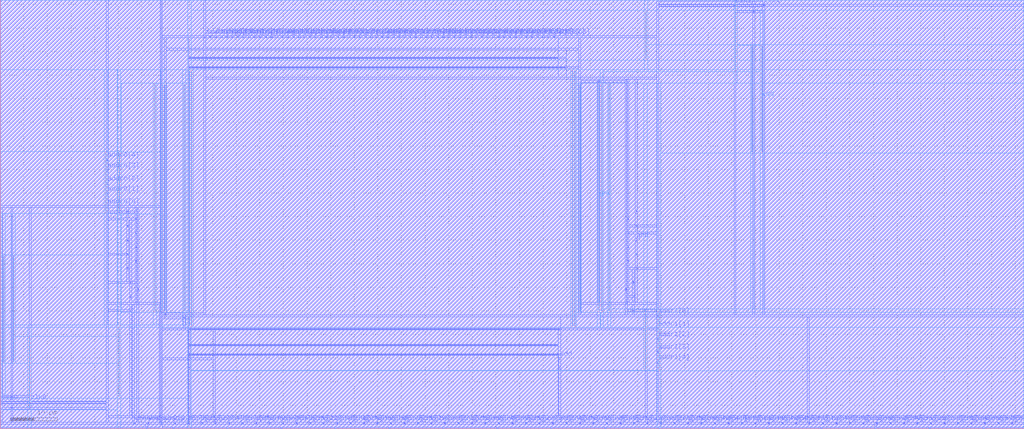
<source format=lef>
VERSION 5.4 ;
NAMESCASESENSITIVE ON ;
BUSBITCHARS "[]" ;
DIVIDERCHAR "/" ;
UNITS
  DATABASE MICRONS 2000 ;
END UNITS
MACRO freepdk45_sram_1w1r_32x64_32
   CLASS BLOCK ;
   SIZE 216.91 BY 90.985 ;
   SYMMETRY X Y R90 ;
   PIN din0[0]
      DIRECTION INPUT ;
      PORT
         LAYER metal3 ;
         RECT  34.085 1.105 34.22 1.24 ;
      END
   END din0[0]
   PIN din0[1]
      DIRECTION INPUT ;
      PORT
         LAYER metal3 ;
         RECT  36.945 1.105 37.08 1.24 ;
      END
   END din0[1]
   PIN din0[2]
      DIRECTION INPUT ;
      PORT
         LAYER metal3 ;
         RECT  39.805 1.105 39.94 1.24 ;
      END
   END din0[2]
   PIN din0[3]
      DIRECTION INPUT ;
      PORT
         LAYER metal3 ;
         RECT  42.665 1.105 42.8 1.24 ;
      END
   END din0[3]
   PIN din0[4]
      DIRECTION INPUT ;
      PORT
         LAYER metal3 ;
         RECT  45.525 1.105 45.66 1.24 ;
      END
   END din0[4]
   PIN din0[5]
      DIRECTION INPUT ;
      PORT
         LAYER metal3 ;
         RECT  48.385 1.105 48.52 1.24 ;
      END
   END din0[5]
   PIN din0[6]
      DIRECTION INPUT ;
      PORT
         LAYER metal3 ;
         RECT  51.245 1.105 51.38 1.24 ;
      END
   END din0[6]
   PIN din0[7]
      DIRECTION INPUT ;
      PORT
         LAYER metal3 ;
         RECT  54.105 1.105 54.24 1.24 ;
      END
   END din0[7]
   PIN din0[8]
      DIRECTION INPUT ;
      PORT
         LAYER metal3 ;
         RECT  56.965 1.105 57.1 1.24 ;
      END
   END din0[8]
   PIN din0[9]
      DIRECTION INPUT ;
      PORT
         LAYER metal3 ;
         RECT  59.825 1.105 59.96 1.24 ;
      END
   END din0[9]
   PIN din0[10]
      DIRECTION INPUT ;
      PORT
         LAYER metal3 ;
         RECT  62.685 1.105 62.82 1.24 ;
      END
   END din0[10]
   PIN din0[11]
      DIRECTION INPUT ;
      PORT
         LAYER metal3 ;
         RECT  65.545 1.105 65.68 1.24 ;
      END
   END din0[11]
   PIN din0[12]
      DIRECTION INPUT ;
      PORT
         LAYER metal3 ;
         RECT  68.405 1.105 68.54 1.24 ;
      END
   END din0[12]
   PIN din0[13]
      DIRECTION INPUT ;
      PORT
         LAYER metal3 ;
         RECT  71.265 1.105 71.4 1.24 ;
      END
   END din0[13]
   PIN din0[14]
      DIRECTION INPUT ;
      PORT
         LAYER metal3 ;
         RECT  74.125 1.105 74.26 1.24 ;
      END
   END din0[14]
   PIN din0[15]
      DIRECTION INPUT ;
      PORT
         LAYER metal3 ;
         RECT  76.985 1.105 77.12 1.24 ;
      END
   END din0[15]
   PIN din0[16]
      DIRECTION INPUT ;
      PORT
         LAYER metal3 ;
         RECT  79.845 1.105 79.98 1.24 ;
      END
   END din0[16]
   PIN din0[17]
      DIRECTION INPUT ;
      PORT
         LAYER metal3 ;
         RECT  82.705 1.105 82.84 1.24 ;
      END
   END din0[17]
   PIN din0[18]
      DIRECTION INPUT ;
      PORT
         LAYER metal3 ;
         RECT  85.565 1.105 85.7 1.24 ;
      END
   END din0[18]
   PIN din0[19]
      DIRECTION INPUT ;
      PORT
         LAYER metal3 ;
         RECT  88.425 1.105 88.56 1.24 ;
      END
   END din0[19]
   PIN din0[20]
      DIRECTION INPUT ;
      PORT
         LAYER metal3 ;
         RECT  91.285 1.105 91.42 1.24 ;
      END
   END din0[20]
   PIN din0[21]
      DIRECTION INPUT ;
      PORT
         LAYER metal3 ;
         RECT  94.145 1.105 94.28 1.24 ;
      END
   END din0[21]
   PIN din0[22]
      DIRECTION INPUT ;
      PORT
         LAYER metal3 ;
         RECT  97.005 1.105 97.14 1.24 ;
      END
   END din0[22]
   PIN din0[23]
      DIRECTION INPUT ;
      PORT
         LAYER metal3 ;
         RECT  99.865 1.105 100.0 1.24 ;
      END
   END din0[23]
   PIN din0[24]
      DIRECTION INPUT ;
      PORT
         LAYER metal3 ;
         RECT  102.725 1.105 102.86 1.24 ;
      END
   END din0[24]
   PIN din0[25]
      DIRECTION INPUT ;
      PORT
         LAYER metal3 ;
         RECT  105.585 1.105 105.72 1.24 ;
      END
   END din0[25]
   PIN din0[26]
      DIRECTION INPUT ;
      PORT
         LAYER metal3 ;
         RECT  108.445 1.105 108.58 1.24 ;
      END
   END din0[26]
   PIN din0[27]
      DIRECTION INPUT ;
      PORT
         LAYER metal3 ;
         RECT  111.305 1.105 111.44 1.24 ;
      END
   END din0[27]
   PIN din0[28]
      DIRECTION INPUT ;
      PORT
         LAYER metal3 ;
         RECT  114.165 1.105 114.3 1.24 ;
      END
   END din0[28]
   PIN din0[29]
      DIRECTION INPUT ;
      PORT
         LAYER metal3 ;
         RECT  117.025 1.105 117.16 1.24 ;
      END
   END din0[29]
   PIN din0[30]
      DIRECTION INPUT ;
      PORT
         LAYER metal3 ;
         RECT  119.885 1.105 120.02 1.24 ;
      END
   END din0[30]
   PIN din0[31]
      DIRECTION INPUT ;
      PORT
         LAYER metal3 ;
         RECT  122.745 1.105 122.88 1.24 ;
      END
   END din0[31]
   PIN din0[32]
      DIRECTION INPUT ;
      PORT
         LAYER metal3 ;
         RECT  125.605 1.105 125.74 1.24 ;
      END
   END din0[32]
   PIN din0[33]
      DIRECTION INPUT ;
      PORT
         LAYER metal3 ;
         RECT  128.465 1.105 128.6 1.24 ;
      END
   END din0[33]
   PIN din0[34]
      DIRECTION INPUT ;
      PORT
         LAYER metal3 ;
         RECT  131.325 1.105 131.46 1.24 ;
      END
   END din0[34]
   PIN din0[35]
      DIRECTION INPUT ;
      PORT
         LAYER metal3 ;
         RECT  134.185 1.105 134.32 1.24 ;
      END
   END din0[35]
   PIN din0[36]
      DIRECTION INPUT ;
      PORT
         LAYER metal3 ;
         RECT  137.045 1.105 137.18 1.24 ;
      END
   END din0[36]
   PIN din0[37]
      DIRECTION INPUT ;
      PORT
         LAYER metal3 ;
         RECT  139.905 1.105 140.04 1.24 ;
      END
   END din0[37]
   PIN din0[38]
      DIRECTION INPUT ;
      PORT
         LAYER metal3 ;
         RECT  142.765 1.105 142.9 1.24 ;
      END
   END din0[38]
   PIN din0[39]
      DIRECTION INPUT ;
      PORT
         LAYER metal3 ;
         RECT  145.625 1.105 145.76 1.24 ;
      END
   END din0[39]
   PIN din0[40]
      DIRECTION INPUT ;
      PORT
         LAYER metal3 ;
         RECT  148.485 1.105 148.62 1.24 ;
      END
   END din0[40]
   PIN din0[41]
      DIRECTION INPUT ;
      PORT
         LAYER metal3 ;
         RECT  151.345 1.105 151.48 1.24 ;
      END
   END din0[41]
   PIN din0[42]
      DIRECTION INPUT ;
      PORT
         LAYER metal3 ;
         RECT  154.205 1.105 154.34 1.24 ;
      END
   END din0[42]
   PIN din0[43]
      DIRECTION INPUT ;
      PORT
         LAYER metal3 ;
         RECT  157.065 1.105 157.2 1.24 ;
      END
   END din0[43]
   PIN din0[44]
      DIRECTION INPUT ;
      PORT
         LAYER metal3 ;
         RECT  159.925 1.105 160.06 1.24 ;
      END
   END din0[44]
   PIN din0[45]
      DIRECTION INPUT ;
      PORT
         LAYER metal3 ;
         RECT  162.785 1.105 162.92 1.24 ;
      END
   END din0[45]
   PIN din0[46]
      DIRECTION INPUT ;
      PORT
         LAYER metal3 ;
         RECT  165.645 1.105 165.78 1.24 ;
      END
   END din0[46]
   PIN din0[47]
      DIRECTION INPUT ;
      PORT
         LAYER metal3 ;
         RECT  168.505 1.105 168.64 1.24 ;
      END
   END din0[47]
   PIN din0[48]
      DIRECTION INPUT ;
      PORT
         LAYER metal3 ;
         RECT  171.365 1.105 171.5 1.24 ;
      END
   END din0[48]
   PIN din0[49]
      DIRECTION INPUT ;
      PORT
         LAYER metal3 ;
         RECT  174.225 1.105 174.36 1.24 ;
      END
   END din0[49]
   PIN din0[50]
      DIRECTION INPUT ;
      PORT
         LAYER metal3 ;
         RECT  177.085 1.105 177.22 1.24 ;
      END
   END din0[50]
   PIN din0[51]
      DIRECTION INPUT ;
      PORT
         LAYER metal3 ;
         RECT  179.945 1.105 180.08 1.24 ;
      END
   END din0[51]
   PIN din0[52]
      DIRECTION INPUT ;
      PORT
         LAYER metal3 ;
         RECT  182.805 1.105 182.94 1.24 ;
      END
   END din0[52]
   PIN din0[53]
      DIRECTION INPUT ;
      PORT
         LAYER metal3 ;
         RECT  185.665 1.105 185.8 1.24 ;
      END
   END din0[53]
   PIN din0[54]
      DIRECTION INPUT ;
      PORT
         LAYER metal3 ;
         RECT  188.525 1.105 188.66 1.24 ;
      END
   END din0[54]
   PIN din0[55]
      DIRECTION INPUT ;
      PORT
         LAYER metal3 ;
         RECT  191.385 1.105 191.52 1.24 ;
      END
   END din0[55]
   PIN din0[56]
      DIRECTION INPUT ;
      PORT
         LAYER metal3 ;
         RECT  194.245 1.105 194.38 1.24 ;
      END
   END din0[56]
   PIN din0[57]
      DIRECTION INPUT ;
      PORT
         LAYER metal3 ;
         RECT  197.105 1.105 197.24 1.24 ;
      END
   END din0[57]
   PIN din0[58]
      DIRECTION INPUT ;
      PORT
         LAYER metal3 ;
         RECT  199.965 1.105 200.1 1.24 ;
      END
   END din0[58]
   PIN din0[59]
      DIRECTION INPUT ;
      PORT
         LAYER metal3 ;
         RECT  202.825 1.105 202.96 1.24 ;
      END
   END din0[59]
   PIN din0[60]
      DIRECTION INPUT ;
      PORT
         LAYER metal3 ;
         RECT  205.685 1.105 205.82 1.24 ;
      END
   END din0[60]
   PIN din0[61]
      DIRECTION INPUT ;
      PORT
         LAYER metal3 ;
         RECT  208.545 1.105 208.68 1.24 ;
      END
   END din0[61]
   PIN din0[62]
      DIRECTION INPUT ;
      PORT
         LAYER metal3 ;
         RECT  211.405 1.105 211.54 1.24 ;
      END
   END din0[62]
   PIN din0[63]
      DIRECTION INPUT ;
      PORT
         LAYER metal3 ;
         RECT  214.265 1.105 214.4 1.24 ;
      END
   END din0[63]
   PIN addr0[0]
      DIRECTION INPUT ;
      PORT
         LAYER metal3 ;
         RECT  22.645 47.0225 22.78 47.1575 ;
      END
   END addr0[0]
   PIN addr0[1]
      DIRECTION INPUT ;
      PORT
         LAYER metal3 ;
         RECT  22.645 49.7525 22.78 49.8875 ;
      END
   END addr0[1]
   PIN addr0[2]
      DIRECTION INPUT ;
      PORT
         LAYER metal3 ;
         RECT  22.645 51.9625 22.78 52.0975 ;
      END
   END addr0[2]
   PIN addr0[3]
      DIRECTION INPUT ;
      PORT
         LAYER metal3 ;
         RECT  22.645 54.6925 22.78 54.8275 ;
      END
   END addr0[3]
   PIN addr0[4]
      DIRECTION INPUT ;
      PORT
         LAYER metal3 ;
         RECT  22.645 56.9025 22.78 57.0375 ;
      END
   END addr0[4]
   PIN addr1[0]
      DIRECTION INPUT ;
      PORT
         LAYER metal3 ;
         RECT  139.185 23.8825 139.32 24.0175 ;
      END
   END addr1[0]
   PIN addr1[1]
      DIRECTION INPUT ;
      PORT
         LAYER metal3 ;
         RECT  139.185 21.1525 139.32 21.2875 ;
      END
   END addr1[1]
   PIN addr1[2]
      DIRECTION INPUT ;
      PORT
         LAYER metal3 ;
         RECT  139.185 18.9425 139.32 19.0775 ;
      END
   END addr1[2]
   PIN addr1[3]
      DIRECTION INPUT ;
      PORT
         LAYER metal3 ;
         RECT  139.185 16.2125 139.32 16.3475 ;
      END
   END addr1[3]
   PIN addr1[4]
      DIRECTION INPUT ;
      PORT
         LAYER metal3 ;
         RECT  139.185 14.0025 139.32 14.1375 ;
      END
   END addr1[4]
   PIN csb0
      DIRECTION INPUT ;
      PORT
         LAYER metal3 ;
         RECT  0.285 5.4225 0.42 5.5575 ;
      END
   END csb0
   PIN csb1
      DIRECTION INPUT ;
      PORT
         LAYER metal3 ;
         RECT  161.685 89.7425 161.82 89.8775 ;
      END
   END csb1
   PIN clk0
      DIRECTION INPUT ;
      PORT
         LAYER metal3 ;
         RECT  6.2475 5.5075 6.3825 5.6425 ;
      END
   END clk0
   PIN clk1
      DIRECTION INPUT ;
      PORT
         LAYER metal3 ;
         RECT  155.5825 89.6575 155.7175 89.7925 ;
      END
   END clk1
   PIN wmask0[0]
      DIRECTION INPUT ;
      PORT
         LAYER metal3 ;
         RECT  28.365 1.105 28.5 1.24 ;
      END
   END wmask0[0]
   PIN wmask0[1]
      DIRECTION INPUT ;
      PORT
         LAYER metal3 ;
         RECT  31.225 1.105 31.36 1.24 ;
      END
   END wmask0[1]
   PIN dout1[0]
      DIRECTION OUTPUT ;
      PORT
         LAYER metal3 ;
         RECT  43.2525 83.0325 43.3875 83.1675 ;
      END
   END dout1[0]
   PIN dout1[1]
      DIRECTION OUTPUT ;
      PORT
         LAYER metal3 ;
         RECT  44.4275 83.0325 44.5625 83.1675 ;
      END
   END dout1[1]
   PIN dout1[2]
      DIRECTION OUTPUT ;
      PORT
         LAYER metal3 ;
         RECT  45.6025 83.0325 45.7375 83.1675 ;
      END
   END dout1[2]
   PIN dout1[3]
      DIRECTION OUTPUT ;
      PORT
         LAYER metal3 ;
         RECT  46.7775 83.0325 46.9125 83.1675 ;
      END
   END dout1[3]
   PIN dout1[4]
      DIRECTION OUTPUT ;
      PORT
         LAYER metal3 ;
         RECT  47.9525 83.0325 48.0875 83.1675 ;
      END
   END dout1[4]
   PIN dout1[5]
      DIRECTION OUTPUT ;
      PORT
         LAYER metal3 ;
         RECT  49.1275 83.0325 49.2625 83.1675 ;
      END
   END dout1[5]
   PIN dout1[6]
      DIRECTION OUTPUT ;
      PORT
         LAYER metal3 ;
         RECT  50.3025 83.0325 50.4375 83.1675 ;
      END
   END dout1[6]
   PIN dout1[7]
      DIRECTION OUTPUT ;
      PORT
         LAYER metal3 ;
         RECT  51.4775 83.0325 51.6125 83.1675 ;
      END
   END dout1[7]
   PIN dout1[8]
      DIRECTION OUTPUT ;
      PORT
         LAYER metal3 ;
         RECT  52.6525 83.0325 52.7875 83.1675 ;
      END
   END dout1[8]
   PIN dout1[9]
      DIRECTION OUTPUT ;
      PORT
         LAYER metal3 ;
         RECT  53.8275 83.0325 53.9625 83.1675 ;
      END
   END dout1[9]
   PIN dout1[10]
      DIRECTION OUTPUT ;
      PORT
         LAYER metal3 ;
         RECT  55.0025 83.0325 55.1375 83.1675 ;
      END
   END dout1[10]
   PIN dout1[11]
      DIRECTION OUTPUT ;
      PORT
         LAYER metal3 ;
         RECT  56.1775 83.0325 56.3125 83.1675 ;
      END
   END dout1[11]
   PIN dout1[12]
      DIRECTION OUTPUT ;
      PORT
         LAYER metal3 ;
         RECT  57.3525 83.0325 57.4875 83.1675 ;
      END
   END dout1[12]
   PIN dout1[13]
      DIRECTION OUTPUT ;
      PORT
         LAYER metal3 ;
         RECT  58.5275 83.0325 58.6625 83.1675 ;
      END
   END dout1[13]
   PIN dout1[14]
      DIRECTION OUTPUT ;
      PORT
         LAYER metal3 ;
         RECT  59.7025 83.0325 59.8375 83.1675 ;
      END
   END dout1[14]
   PIN dout1[15]
      DIRECTION OUTPUT ;
      PORT
         LAYER metal3 ;
         RECT  60.8775 83.0325 61.0125 83.1675 ;
      END
   END dout1[15]
   PIN dout1[16]
      DIRECTION OUTPUT ;
      PORT
         LAYER metal3 ;
         RECT  62.0525 83.0325 62.1875 83.1675 ;
      END
   END dout1[16]
   PIN dout1[17]
      DIRECTION OUTPUT ;
      PORT
         LAYER metal3 ;
         RECT  63.2275 83.0325 63.3625 83.1675 ;
      END
   END dout1[17]
   PIN dout1[18]
      DIRECTION OUTPUT ;
      PORT
         LAYER metal3 ;
         RECT  64.4025 83.0325 64.5375 83.1675 ;
      END
   END dout1[18]
   PIN dout1[19]
      DIRECTION OUTPUT ;
      PORT
         LAYER metal3 ;
         RECT  65.5775 83.0325 65.7125 83.1675 ;
      END
   END dout1[19]
   PIN dout1[20]
      DIRECTION OUTPUT ;
      PORT
         LAYER metal3 ;
         RECT  66.7525 83.0325 66.8875 83.1675 ;
      END
   END dout1[20]
   PIN dout1[21]
      DIRECTION OUTPUT ;
      PORT
         LAYER metal3 ;
         RECT  67.9275 83.0325 68.0625 83.1675 ;
      END
   END dout1[21]
   PIN dout1[22]
      DIRECTION OUTPUT ;
      PORT
         LAYER metal3 ;
         RECT  69.1025 83.0325 69.2375 83.1675 ;
      END
   END dout1[22]
   PIN dout1[23]
      DIRECTION OUTPUT ;
      PORT
         LAYER metal3 ;
         RECT  70.2775 83.0325 70.4125 83.1675 ;
      END
   END dout1[23]
   PIN dout1[24]
      DIRECTION OUTPUT ;
      PORT
         LAYER metal3 ;
         RECT  71.4525 83.0325 71.5875 83.1675 ;
      END
   END dout1[24]
   PIN dout1[25]
      DIRECTION OUTPUT ;
      PORT
         LAYER metal3 ;
         RECT  72.6275 83.0325 72.7625 83.1675 ;
      END
   END dout1[25]
   PIN dout1[26]
      DIRECTION OUTPUT ;
      PORT
         LAYER metal3 ;
         RECT  73.8025 83.0325 73.9375 83.1675 ;
      END
   END dout1[26]
   PIN dout1[27]
      DIRECTION OUTPUT ;
      PORT
         LAYER metal3 ;
         RECT  74.9775 83.0325 75.1125 83.1675 ;
      END
   END dout1[27]
   PIN dout1[28]
      DIRECTION OUTPUT ;
      PORT
         LAYER metal3 ;
         RECT  76.1525 83.0325 76.2875 83.1675 ;
      END
   END dout1[28]
   PIN dout1[29]
      DIRECTION OUTPUT ;
      PORT
         LAYER metal3 ;
         RECT  77.3275 83.0325 77.4625 83.1675 ;
      END
   END dout1[29]
   PIN dout1[30]
      DIRECTION OUTPUT ;
      PORT
         LAYER metal3 ;
         RECT  78.5025 83.0325 78.6375 83.1675 ;
      END
   END dout1[30]
   PIN dout1[31]
      DIRECTION OUTPUT ;
      PORT
         LAYER metal3 ;
         RECT  79.6775 83.0325 79.8125 83.1675 ;
      END
   END dout1[31]
   PIN dout1[32]
      DIRECTION OUTPUT ;
      PORT
         LAYER metal3 ;
         RECT  80.8525 83.0325 80.9875 83.1675 ;
      END
   END dout1[32]
   PIN dout1[33]
      DIRECTION OUTPUT ;
      PORT
         LAYER metal3 ;
         RECT  82.0275 83.0325 82.1625 83.1675 ;
      END
   END dout1[33]
   PIN dout1[34]
      DIRECTION OUTPUT ;
      PORT
         LAYER metal3 ;
         RECT  83.2025 83.0325 83.3375 83.1675 ;
      END
   END dout1[34]
   PIN dout1[35]
      DIRECTION OUTPUT ;
      PORT
         LAYER metal3 ;
         RECT  84.3775 83.0325 84.5125 83.1675 ;
      END
   END dout1[35]
   PIN dout1[36]
      DIRECTION OUTPUT ;
      PORT
         LAYER metal3 ;
         RECT  85.5525 83.0325 85.6875 83.1675 ;
      END
   END dout1[36]
   PIN dout1[37]
      DIRECTION OUTPUT ;
      PORT
         LAYER metal3 ;
         RECT  86.7275 83.0325 86.8625 83.1675 ;
      END
   END dout1[37]
   PIN dout1[38]
      DIRECTION OUTPUT ;
      PORT
         LAYER metal3 ;
         RECT  87.9025 83.0325 88.0375 83.1675 ;
      END
   END dout1[38]
   PIN dout1[39]
      DIRECTION OUTPUT ;
      PORT
         LAYER metal3 ;
         RECT  89.0775 83.0325 89.2125 83.1675 ;
      END
   END dout1[39]
   PIN dout1[40]
      DIRECTION OUTPUT ;
      PORT
         LAYER metal3 ;
         RECT  90.2525 83.0325 90.3875 83.1675 ;
      END
   END dout1[40]
   PIN dout1[41]
      DIRECTION OUTPUT ;
      PORT
         LAYER metal3 ;
         RECT  91.4275 83.0325 91.5625 83.1675 ;
      END
   END dout1[41]
   PIN dout1[42]
      DIRECTION OUTPUT ;
      PORT
         LAYER metal3 ;
         RECT  92.6025 83.0325 92.7375 83.1675 ;
      END
   END dout1[42]
   PIN dout1[43]
      DIRECTION OUTPUT ;
      PORT
         LAYER metal3 ;
         RECT  93.7775 83.0325 93.9125 83.1675 ;
      END
   END dout1[43]
   PIN dout1[44]
      DIRECTION OUTPUT ;
      PORT
         LAYER metal3 ;
         RECT  94.9525 83.0325 95.0875 83.1675 ;
      END
   END dout1[44]
   PIN dout1[45]
      DIRECTION OUTPUT ;
      PORT
         LAYER metal3 ;
         RECT  96.1275 83.0325 96.2625 83.1675 ;
      END
   END dout1[45]
   PIN dout1[46]
      DIRECTION OUTPUT ;
      PORT
         LAYER metal3 ;
         RECT  97.3025 83.0325 97.4375 83.1675 ;
      END
   END dout1[46]
   PIN dout1[47]
      DIRECTION OUTPUT ;
      PORT
         LAYER metal3 ;
         RECT  98.4775 83.0325 98.6125 83.1675 ;
      END
   END dout1[47]
   PIN dout1[48]
      DIRECTION OUTPUT ;
      PORT
         LAYER metal3 ;
         RECT  99.6525 83.0325 99.7875 83.1675 ;
      END
   END dout1[48]
   PIN dout1[49]
      DIRECTION OUTPUT ;
      PORT
         LAYER metal3 ;
         RECT  100.8275 83.0325 100.9625 83.1675 ;
      END
   END dout1[49]
   PIN dout1[50]
      DIRECTION OUTPUT ;
      PORT
         LAYER metal3 ;
         RECT  102.0025 83.0325 102.1375 83.1675 ;
      END
   END dout1[50]
   PIN dout1[51]
      DIRECTION OUTPUT ;
      PORT
         LAYER metal3 ;
         RECT  103.1775 83.0325 103.3125 83.1675 ;
      END
   END dout1[51]
   PIN dout1[52]
      DIRECTION OUTPUT ;
      PORT
         LAYER metal3 ;
         RECT  104.3525 83.0325 104.4875 83.1675 ;
      END
   END dout1[52]
   PIN dout1[53]
      DIRECTION OUTPUT ;
      PORT
         LAYER metal3 ;
         RECT  105.5275 83.0325 105.6625 83.1675 ;
      END
   END dout1[53]
   PIN dout1[54]
      DIRECTION OUTPUT ;
      PORT
         LAYER metal3 ;
         RECT  106.7025 83.0325 106.8375 83.1675 ;
      END
   END dout1[54]
   PIN dout1[55]
      DIRECTION OUTPUT ;
      PORT
         LAYER metal3 ;
         RECT  107.8775 83.0325 108.0125 83.1675 ;
      END
   END dout1[55]
   PIN dout1[56]
      DIRECTION OUTPUT ;
      PORT
         LAYER metal3 ;
         RECT  109.0525 83.0325 109.1875 83.1675 ;
      END
   END dout1[56]
   PIN dout1[57]
      DIRECTION OUTPUT ;
      PORT
         LAYER metal3 ;
         RECT  110.2275 83.0325 110.3625 83.1675 ;
      END
   END dout1[57]
   PIN dout1[58]
      DIRECTION OUTPUT ;
      PORT
         LAYER metal3 ;
         RECT  111.4025 83.0325 111.5375 83.1675 ;
      END
   END dout1[58]
   PIN dout1[59]
      DIRECTION OUTPUT ;
      PORT
         LAYER metal3 ;
         RECT  112.5775 83.0325 112.7125 83.1675 ;
      END
   END dout1[59]
   PIN dout1[60]
      DIRECTION OUTPUT ;
      PORT
         LAYER metal3 ;
         RECT  113.7525 83.0325 113.8875 83.1675 ;
      END
   END dout1[60]
   PIN dout1[61]
      DIRECTION OUTPUT ;
      PORT
         LAYER metal3 ;
         RECT  114.9275 83.0325 115.0625 83.1675 ;
      END
   END dout1[61]
   PIN dout1[62]
      DIRECTION OUTPUT ;
      PORT
         LAYER metal3 ;
         RECT  116.1025 83.0325 116.2375 83.1675 ;
      END
   END dout1[62]
   PIN dout1[63]
      DIRECTION OUTPUT ;
      PORT
         LAYER metal3 ;
         RECT  117.2775 83.0325 117.4125 83.1675 ;
      END
   END dout1[63]
   PIN vdd
      DIRECTION INOUT ;
      USE POWER ; 
      SHAPE ABUTMENT ; 
      PORT
         LAYER metal3 ;
         RECT  40.0675 21.12 118.5525 21.19 ;
         LAYER metal3 ;
         RECT  45.2425 2.47 45.3775 2.605 ;
         LAYER metal3 ;
         RECT  56.6825 2.47 56.8175 2.605 ;
         LAYER metal4 ;
         RECT  40.0 21.815 40.14 75.885 ;
         LAYER metal3 ;
         RECT  171.0825 2.47 171.2175 2.605 ;
         LAYER metal3 ;
         RECT  29.0875 26.4825 29.2225 26.6175 ;
         LAYER metal3 ;
         RECT  122.7125 74.3225 122.8475 74.4575 ;
         LAYER metal3 ;
         RECT  39.9325 14.7175 40.0675 14.8525 ;
         LAYER metal4 ;
         RECT  121.63 21.815 121.77 75.885 ;
         LAYER metal3 ;
         RECT  136.7625 2.47 136.8975 2.605 ;
         LAYER metal3 ;
         RECT  132.5475 26.4825 132.6825 26.6175 ;
         LAYER metal3 ;
         RECT  28.7425 44.4225 28.8775 44.5575 ;
         LAYER metal3 ;
         RECT  205.4025 2.47 205.5375 2.605 ;
         LAYER metal4 ;
         RECT  25.08 6.785 25.22 21.745 ;
         LAYER metal3 ;
         RECT  68.1225 2.47 68.2575 2.605 ;
         LAYER metal4 ;
         RECT  127.335 24.985 127.475 73.035 ;
         LAYER metal3 ;
         RECT  159.6425 2.47 159.7775 2.605 ;
         LAYER metal3 ;
         RECT  132.8925 41.4325 133.0275 41.5675 ;
         LAYER metal3 ;
         RECT  33.8025 2.47 33.9375 2.605 ;
         LAYER metal4 ;
         RECT  139.465 12.57 139.605 25.125 ;
         LAYER metal3 ;
         RECT  132.8925 35.4525 133.0275 35.5875 ;
         LAYER metal3 ;
         RECT  34.915 24.28 35.05 24.415 ;
         LAYER metal4 ;
         RECT  22.36 45.915 22.5 58.47 ;
         LAYER metal3 ;
         RECT  182.5225 2.47 182.6575 2.605 ;
         LAYER metal4 ;
         RECT  136.745 78.495 136.885 88.515 ;
         LAYER metal3 ;
         RECT  193.9625 2.47 194.0975 2.605 ;
         LAYER metal3 ;
         RECT  40.0675 80.4775 118.0825 80.5475 ;
         LAYER metal3 ;
         RECT  126.72 73.535 126.855 73.67 ;
         LAYER metal4 ;
         RECT  0.6875 14.1625 0.8275 36.565 ;
         LAYER metal4 ;
         RECT  38.92 24.985 39.06 72.965 ;
         LAYER metal3 ;
         RECT  125.3225 2.47 125.4575 2.605 ;
         LAYER metal3 ;
         RECT  38.9225 23.4925 39.0575 23.6275 ;
         LAYER metal3 ;
         RECT  132.8925 38.4425 133.0275 38.5775 ;
         LAYER metal3 ;
         RECT  113.8825 2.47 114.0175 2.605 ;
         LAYER metal4 ;
         RECT  34.295 24.985 34.435 73.035 ;
         LAYER metal3 ;
         RECT  102.4425 2.47 102.5775 2.605 ;
         LAYER metal3 ;
         RECT  40.0675 15.685 118.0825 15.755 ;
         LAYER metal3 ;
         RECT  28.7425 38.4425 28.8775 38.5775 ;
         LAYER metal3 ;
         RECT  2.425 6.7875 2.56 6.9225 ;
         LAYER metal3 ;
         RECT  79.5625 2.47 79.6975 2.605 ;
         LAYER metal3 ;
         RECT  28.7425 41.4325 28.8775 41.5675 ;
         LAYER metal3 ;
         RECT  132.5475 29.4725 132.6825 29.6075 ;
         LAYER metal3 ;
         RECT  148.2025 2.47 148.3375 2.605 ;
         LAYER metal3 ;
         RECT  159.545 88.3775 159.68 88.5125 ;
         LAYER metal4 ;
         RECT  122.71 24.985 122.85 72.965 ;
         LAYER metal3 ;
         RECT  29.0875 29.4725 29.2225 29.6075 ;
         LAYER metal3 ;
         RECT  28.0825 2.47 28.2175 2.605 ;
         LAYER metal3 ;
         RECT  28.7425 35.4525 28.8775 35.5875 ;
         LAYER metal3 ;
         RECT  132.8925 44.4225 133.0275 44.5575 ;
         LAYER metal3 ;
         RECT  40.0675 76.58 119.7275 76.65 ;
         LAYER metal4 ;
         RECT  161.2775 58.735 161.4175 81.1375 ;
         LAYER metal3 ;
         RECT  91.0025 2.47 91.1375 2.605 ;
         LAYER metal3 ;
         RECT  118.4175 14.7175 118.5525 14.8525 ;
      END
   END vdd
   PIN gnd
      DIRECTION INOUT ;
      USE GROUND ; 
      SHAPE ABUTMENT ; 
      PORT
         LAYER metal4 ;
         RECT  40.46 21.815 40.6 75.885 ;
         LAYER metal3 ;
         RECT  185.3825 0.0 185.5175 0.135 ;
         LAYER metal3 ;
         RECT  27.56 30.9675 27.695 31.1025 ;
         LAYER metal3 ;
         RECT  40.0675 78.585 118.1175 78.655 ;
         LAYER metal3 ;
         RECT  40.0675 17.735 118.0825 17.805 ;
         LAYER metal3 ;
         RECT  2.425 4.3175 2.56 4.4525 ;
         LAYER metal3 ;
         RECT  134.7 42.9275 134.835 43.0625 ;
         LAYER metal3 ;
         RECT  162.5025 0.0 162.6375 0.135 ;
         LAYER metal3 ;
         RECT  82.4225 0.0 82.5575 0.135 ;
         LAYER metal3 ;
         RECT  105.3025 0.0 105.4375 0.135 ;
         LAYER metal4 ;
         RECT  128.925 24.9525 129.065 73.035 ;
         LAYER metal3 ;
         RECT  26.935 36.9475 27.07 37.0825 ;
         LAYER metal3 ;
         RECT  26.935 45.9175 27.07 46.0525 ;
         LAYER metal3 ;
         RECT  134.7 45.9175 134.835 46.0525 ;
         LAYER metal3 ;
         RECT  93.8625 0.0 93.9975 0.135 ;
         LAYER metal4 ;
         RECT  121.17 21.815 121.31 75.885 ;
         LAYER metal4 ;
         RECT  2.75 14.195 2.89 36.5975 ;
         LAYER metal4 ;
         RECT  6.105 4.315 6.245 19.275 ;
         LAYER metal3 ;
         RECT  36.6625 0.0 36.7975 0.135 ;
         LAYER metal3 ;
         RECT  208.2625 0.0 208.3975 0.135 ;
         LAYER metal3 ;
         RECT  26.935 39.9375 27.07 40.0725 ;
         LAYER metal3 ;
         RECT  26.935 33.9575 27.07 34.0925 ;
         LAYER metal4 ;
         RECT  25.22 45.85 25.36 58.405 ;
         LAYER metal3 ;
         RECT  116.7425 0.0 116.8775 0.135 ;
         LAYER metal3 ;
         RECT  139.6225 0.0 139.7575 0.135 ;
         LAYER metal3 ;
         RECT  134.7 33.9575 134.835 34.0925 ;
         LAYER metal3 ;
         RECT  59.5425 0.0 59.6775 0.135 ;
         LAYER metal4 ;
         RECT  32.705 24.9525 32.845 73.035 ;
         LAYER metal3 ;
         RECT  196.8225 0.0 196.9575 0.135 ;
         LAYER metal3 ;
         RECT  30.9425 0.0 31.0775 0.135 ;
         LAYER metal3 ;
         RECT  134.075 24.9875 134.21 25.1225 ;
         LAYER metal3 ;
         RECT  151.0625 0.0 151.1975 0.135 ;
         LAYER metal3 ;
         RECT  128.1825 0.0 128.3175 0.135 ;
         LAYER metal4 ;
         RECT  155.72 76.025 155.86 90.985 ;
         LAYER metal3 ;
         RECT  134.075 27.9775 134.21 28.1125 ;
         LAYER metal4 ;
         RECT  34.855 24.9525 34.995 72.9975 ;
         LAYER metal4 ;
         RECT  159.215 58.7025 159.355 81.105 ;
         LAYER metal3 ;
         RECT  70.9825 0.0 71.1175 0.135 ;
         LAYER metal3 ;
         RECT  134.075 30.9675 134.21 31.1025 ;
         LAYER metal3 ;
         RECT  27.56 24.9875 27.695 25.1225 ;
         LAYER metal3 ;
         RECT  39.9325 12.8975 40.0675 13.0325 ;
         LAYER metal3 ;
         RECT  173.9425 0.0 174.0775 0.135 ;
         LAYER metal3 ;
         RECT  159.545 90.8475 159.68 90.9825 ;
         LAYER metal4 ;
         RECT  136.605 12.635 136.745 25.19 ;
         LAYER metal3 ;
         RECT  134.7 36.9475 134.835 37.0825 ;
         LAYER metal3 ;
         RECT  26.935 42.9275 27.07 43.0625 ;
         LAYER metal3 ;
         RECT  48.1025 0.0 48.2375 0.135 ;
         LAYER metal3 ;
         RECT  118.4175 12.8975 118.5525 13.0325 ;
         LAYER metal3 ;
         RECT  27.56 27.9775 27.695 28.1125 ;
         LAYER metal3 ;
         RECT  134.7 39.9375 134.835 40.0725 ;
         LAYER metal4 ;
         RECT  126.775 24.9525 126.915 72.9975 ;
      END
   END gnd
   OBS
   LAYER  metal1 ;
      RECT  0.14 0.14 216.77 90.845 ;
   LAYER  metal2 ;
      RECT  0.14 0.14 216.77 90.845 ;
   LAYER  metal3 ;
      RECT  33.945 0.14 34.36 0.965 ;
      RECT  34.36 0.965 36.805 1.38 ;
      RECT  37.22 0.965 39.665 1.38 ;
      RECT  40.08 0.965 42.525 1.38 ;
      RECT  42.94 0.965 45.385 1.38 ;
      RECT  45.8 0.965 48.245 1.38 ;
      RECT  48.66 0.965 51.105 1.38 ;
      RECT  51.52 0.965 53.965 1.38 ;
      RECT  54.38 0.965 56.825 1.38 ;
      RECT  57.24 0.965 59.685 1.38 ;
      RECT  60.1 0.965 62.545 1.38 ;
      RECT  62.96 0.965 65.405 1.38 ;
      RECT  65.82 0.965 68.265 1.38 ;
      RECT  68.68 0.965 71.125 1.38 ;
      RECT  71.54 0.965 73.985 1.38 ;
      RECT  74.4 0.965 76.845 1.38 ;
      RECT  77.26 0.965 79.705 1.38 ;
      RECT  80.12 0.965 82.565 1.38 ;
      RECT  82.98 0.965 85.425 1.38 ;
      RECT  85.84 0.965 88.285 1.38 ;
      RECT  88.7 0.965 91.145 1.38 ;
      RECT  91.56 0.965 94.005 1.38 ;
      RECT  94.42 0.965 96.865 1.38 ;
      RECT  97.28 0.965 99.725 1.38 ;
      RECT  100.14 0.965 102.585 1.38 ;
      RECT  103.0 0.965 105.445 1.38 ;
      RECT  105.86 0.965 108.305 1.38 ;
      RECT  108.72 0.965 111.165 1.38 ;
      RECT  111.58 0.965 114.025 1.38 ;
      RECT  114.44 0.965 116.885 1.38 ;
      RECT  117.3 0.965 119.745 1.38 ;
      RECT  120.16 0.965 122.605 1.38 ;
      RECT  123.02 0.965 125.465 1.38 ;
      RECT  125.88 0.965 128.325 1.38 ;
      RECT  128.74 0.965 131.185 1.38 ;
      RECT  131.6 0.965 134.045 1.38 ;
      RECT  134.46 0.965 136.905 1.38 ;
      RECT  137.32 0.965 139.765 1.38 ;
      RECT  140.18 0.965 142.625 1.38 ;
      RECT  143.04 0.965 145.485 1.38 ;
      RECT  145.9 0.965 148.345 1.38 ;
      RECT  148.76 0.965 151.205 1.38 ;
      RECT  151.62 0.965 154.065 1.38 ;
      RECT  154.48 0.965 156.925 1.38 ;
      RECT  157.34 0.965 159.785 1.38 ;
      RECT  160.2 0.965 162.645 1.38 ;
      RECT  163.06 0.965 165.505 1.38 ;
      RECT  165.92 0.965 168.365 1.38 ;
      RECT  168.78 0.965 171.225 1.38 ;
      RECT  171.64 0.965 174.085 1.38 ;
      RECT  174.5 0.965 176.945 1.38 ;
      RECT  177.36 0.965 179.805 1.38 ;
      RECT  180.22 0.965 182.665 1.38 ;
      RECT  183.08 0.965 185.525 1.38 ;
      RECT  185.94 0.965 188.385 1.38 ;
      RECT  188.8 0.965 191.245 1.38 ;
      RECT  191.66 0.965 194.105 1.38 ;
      RECT  194.52 0.965 196.965 1.38 ;
      RECT  197.38 0.965 199.825 1.38 ;
      RECT  200.24 0.965 202.685 1.38 ;
      RECT  203.1 0.965 205.545 1.38 ;
      RECT  205.96 0.965 208.405 1.38 ;
      RECT  208.82 0.965 211.265 1.38 ;
      RECT  211.68 0.965 214.125 1.38 ;
      RECT  214.54 0.965 216.77 1.38 ;
      RECT  0.14 46.8825 22.505 47.2975 ;
      RECT  0.14 47.2975 22.505 90.845 ;
      RECT  22.505 1.38 22.92 46.8825 ;
      RECT  22.92 46.8825 33.945 47.2975 ;
      RECT  22.92 47.2975 33.945 90.845 ;
      RECT  22.505 47.2975 22.92 49.6125 ;
      RECT  22.505 50.0275 22.92 51.8225 ;
      RECT  22.505 52.2375 22.92 54.5525 ;
      RECT  22.505 54.9675 22.92 56.7625 ;
      RECT  22.505 57.1775 22.92 90.845 ;
      RECT  139.045 24.1575 139.46 90.845 ;
      RECT  139.46 23.7425 216.77 24.1575 ;
      RECT  139.045 21.4275 139.46 23.7425 ;
      RECT  139.045 19.2175 139.46 21.0125 ;
      RECT  139.045 16.4875 139.46 18.8025 ;
      RECT  139.045 1.38 139.46 13.8625 ;
      RECT  139.045 14.2775 139.46 16.0725 ;
      RECT  0.14 1.38 0.145 5.2825 ;
      RECT  0.14 5.2825 0.145 5.6975 ;
      RECT  0.14 5.6975 0.145 46.8825 ;
      RECT  0.145 1.38 0.56 5.2825 ;
      RECT  0.145 5.6975 0.56 46.8825 ;
      RECT  161.545 24.1575 161.96 89.6025 ;
      RECT  161.545 90.0175 161.96 90.845 ;
      RECT  161.96 24.1575 216.77 89.6025 ;
      RECT  161.96 89.6025 216.77 90.0175 ;
      RECT  161.96 90.0175 216.77 90.845 ;
      RECT  0.56 5.2825 6.1075 5.3675 ;
      RECT  0.56 5.3675 6.1075 5.6975 ;
      RECT  6.1075 5.2825 6.5225 5.3675 ;
      RECT  6.5225 5.2825 22.505 5.3675 ;
      RECT  6.5225 5.3675 22.505 5.6975 ;
      RECT  0.56 5.6975 6.1075 5.7825 ;
      RECT  6.1075 5.7825 6.5225 46.8825 ;
      RECT  6.5225 5.6975 22.505 5.7825 ;
      RECT  6.5225 5.7825 22.505 46.8825 ;
      RECT  139.46 24.1575 155.4425 89.5175 ;
      RECT  139.46 89.5175 155.4425 89.6025 ;
      RECT  155.4425 24.1575 155.8575 89.5175 ;
      RECT  155.8575 89.5175 161.545 89.6025 ;
      RECT  139.46 89.6025 155.4425 89.9325 ;
      RECT  139.46 89.9325 155.4425 90.0175 ;
      RECT  155.4425 89.9325 155.8575 90.0175 ;
      RECT  155.8575 89.6025 161.545 89.9325 ;
      RECT  155.8575 89.9325 161.545 90.0175 ;
      RECT  0.14 0.965 28.225 1.38 ;
      RECT  28.64 0.965 31.085 1.38 ;
      RECT  31.5 0.965 33.945 1.38 ;
      RECT  34.36 82.8925 43.1125 83.3075 ;
      RECT  34.36 83.3075 43.1125 90.845 ;
      RECT  43.1125 83.3075 43.5275 90.845 ;
      RECT  43.5275 83.3075 139.045 90.845 ;
      RECT  43.5275 82.8925 44.2875 83.3075 ;
      RECT  44.7025 82.8925 45.4625 83.3075 ;
      RECT  45.8775 82.8925 46.6375 83.3075 ;
      RECT  47.0525 82.8925 47.8125 83.3075 ;
      RECT  48.2275 82.8925 48.9875 83.3075 ;
      RECT  49.4025 82.8925 50.1625 83.3075 ;
      RECT  50.5775 82.8925 51.3375 83.3075 ;
      RECT  51.7525 82.8925 52.5125 83.3075 ;
      RECT  52.9275 82.8925 53.6875 83.3075 ;
      RECT  54.1025 82.8925 54.8625 83.3075 ;
      RECT  55.2775 82.8925 56.0375 83.3075 ;
      RECT  56.4525 82.8925 57.2125 83.3075 ;
      RECT  57.6275 82.8925 58.3875 83.3075 ;
      RECT  58.8025 82.8925 59.5625 83.3075 ;
      RECT  59.9775 82.8925 60.7375 83.3075 ;
      RECT  61.1525 82.8925 61.9125 83.3075 ;
      RECT  62.3275 82.8925 63.0875 83.3075 ;
      RECT  63.5025 82.8925 64.2625 83.3075 ;
      RECT  64.6775 82.8925 65.4375 83.3075 ;
      RECT  65.8525 82.8925 66.6125 83.3075 ;
      RECT  67.0275 82.8925 67.7875 83.3075 ;
      RECT  68.2025 82.8925 68.9625 83.3075 ;
      RECT  69.3775 82.8925 70.1375 83.3075 ;
      RECT  70.5525 82.8925 71.3125 83.3075 ;
      RECT  71.7275 82.8925 72.4875 83.3075 ;
      RECT  72.9025 82.8925 73.6625 83.3075 ;
      RECT  74.0775 82.8925 74.8375 83.3075 ;
      RECT  75.2525 82.8925 76.0125 83.3075 ;
      RECT  76.4275 82.8925 77.1875 83.3075 ;
      RECT  77.6025 82.8925 78.3625 83.3075 ;
      RECT  78.7775 82.8925 79.5375 83.3075 ;
      RECT  79.9525 82.8925 80.7125 83.3075 ;
      RECT  81.1275 82.8925 81.8875 83.3075 ;
      RECT  82.3025 82.8925 83.0625 83.3075 ;
      RECT  83.4775 82.8925 84.2375 83.3075 ;
      RECT  84.6525 82.8925 85.4125 83.3075 ;
      RECT  85.8275 82.8925 86.5875 83.3075 ;
      RECT  87.0025 82.8925 87.7625 83.3075 ;
      RECT  88.1775 82.8925 88.9375 83.3075 ;
      RECT  89.3525 82.8925 90.1125 83.3075 ;
      RECT  90.5275 82.8925 91.2875 83.3075 ;
      RECT  91.7025 82.8925 92.4625 83.3075 ;
      RECT  92.8775 82.8925 93.6375 83.3075 ;
      RECT  94.0525 82.8925 94.8125 83.3075 ;
      RECT  95.2275 82.8925 95.9875 83.3075 ;
      RECT  96.4025 82.8925 97.1625 83.3075 ;
      RECT  97.5775 82.8925 98.3375 83.3075 ;
      RECT  98.7525 82.8925 99.5125 83.3075 ;
      RECT  99.9275 82.8925 100.6875 83.3075 ;
      RECT  101.1025 82.8925 101.8625 83.3075 ;
      RECT  102.2775 82.8925 103.0375 83.3075 ;
      RECT  103.4525 82.8925 104.2125 83.3075 ;
      RECT  104.6275 82.8925 105.3875 83.3075 ;
      RECT  105.8025 82.8925 106.5625 83.3075 ;
      RECT  106.9775 82.8925 107.7375 83.3075 ;
      RECT  108.1525 82.8925 108.9125 83.3075 ;
      RECT  109.3275 82.8925 110.0875 83.3075 ;
      RECT  110.5025 82.8925 111.2625 83.3075 ;
      RECT  111.6775 82.8925 112.4375 83.3075 ;
      RECT  112.8525 82.8925 113.6125 83.3075 ;
      RECT  114.0275 82.8925 114.7875 83.3075 ;
      RECT  115.2025 82.8925 115.9625 83.3075 ;
      RECT  116.3775 82.8925 117.1375 83.3075 ;
      RECT  117.5525 82.8925 139.045 83.3075 ;
      RECT  34.36 20.98 39.9275 21.33 ;
      RECT  39.9275 21.33 118.6925 23.7425 ;
      RECT  118.6925 20.98 139.045 21.33 ;
      RECT  118.6925 21.33 139.045 23.7425 ;
      RECT  39.9275 1.38 45.1025 2.33 ;
      RECT  39.9275 2.33 45.1025 2.745 ;
      RECT  45.1025 1.38 45.5175 2.33 ;
      RECT  45.5175 1.38 118.6925 2.33 ;
      RECT  45.5175 2.33 56.5425 2.745 ;
      RECT  139.46 1.38 170.9425 2.33 ;
      RECT  139.46 2.745 170.9425 23.7425 ;
      RECT  170.9425 1.38 171.3575 2.33 ;
      RECT  170.9425 2.745 171.3575 23.7425 ;
      RECT  171.3575 1.38 216.77 2.33 ;
      RECT  171.3575 2.745 216.77 23.7425 ;
      RECT  22.92 26.3425 28.9475 26.7575 ;
      RECT  28.9475 1.38 29.3625 26.3425 ;
      RECT  29.3625 26.3425 33.945 26.7575 ;
      RECT  29.3625 26.7575 33.945 46.8825 ;
      RECT  43.5275 24.1575 122.5725 74.1825 ;
      RECT  43.5275 74.1825 122.5725 74.5975 ;
      RECT  122.5725 24.1575 122.9875 74.1825 ;
      RECT  122.5725 74.5975 122.9875 82.8925 ;
      RECT  122.9875 74.1825 139.045 74.5975 ;
      RECT  122.9875 74.5975 139.045 82.8925 ;
      RECT  34.36 1.38 39.7925 14.5775 ;
      RECT  34.36 14.5775 39.7925 14.9925 ;
      RECT  34.36 14.9925 39.7925 20.98 ;
      RECT  39.7925 14.9925 39.9275 20.98 ;
      RECT  40.2075 2.745 45.1025 14.5775 ;
      RECT  40.2075 14.5775 45.1025 14.9925 ;
      RECT  118.6925 1.38 136.6225 2.33 ;
      RECT  118.6925 2.745 136.6225 20.98 ;
      RECT  136.6225 1.38 137.0375 2.33 ;
      RECT  136.6225 2.745 137.0375 20.98 ;
      RECT  137.0375 1.38 139.045 2.33 ;
      RECT  137.0375 2.33 139.045 2.745 ;
      RECT  137.0375 2.745 139.045 20.98 ;
      RECT  122.9875 24.1575 132.4075 26.3425 ;
      RECT  122.9875 26.3425 132.4075 26.7575 ;
      RECT  132.4075 24.1575 132.8225 26.3425 ;
      RECT  132.8225 26.3425 139.045 26.7575 ;
      RECT  22.92 44.2825 28.6025 44.6975 ;
      RECT  28.6025 44.6975 28.9475 46.8825 ;
      RECT  28.9475 44.6975 29.0175 46.8825 ;
      RECT  29.0175 44.2825 29.3625 44.6975 ;
      RECT  29.0175 44.6975 29.3625 46.8825 ;
      RECT  205.6775 2.33 216.77 2.745 ;
      RECT  56.9575 2.33 67.9825 2.745 ;
      RECT  159.9175 2.33 170.9425 2.745 ;
      RECT  132.4075 41.2925 132.7525 41.7075 ;
      RECT  132.4075 41.7075 132.7525 74.1825 ;
      RECT  133.1675 41.2925 139.045 41.7075 ;
      RECT  33.945 1.38 34.0775 2.33 ;
      RECT  33.945 2.745 34.0775 90.845 ;
      RECT  34.0775 1.38 34.36 2.33 ;
      RECT  34.0775 2.33 34.36 2.745 ;
      RECT  34.0775 2.745 34.36 90.845 ;
      RECT  29.3625 1.38 33.6625 2.33 ;
      RECT  29.3625 2.33 33.6625 2.745 ;
      RECT  29.3625 2.745 33.6625 26.3425 ;
      RECT  33.6625 1.38 33.945 2.33 ;
      RECT  33.6625 2.745 33.945 26.3425 ;
      RECT  132.8225 26.7575 133.1675 35.3125 ;
      RECT  34.36 23.7425 34.775 24.14 ;
      RECT  34.36 24.14 34.775 24.1575 ;
      RECT  34.775 23.7425 35.19 24.14 ;
      RECT  35.19 24.14 139.045 24.1575 ;
      RECT  34.36 24.1575 34.775 24.555 ;
      RECT  34.36 24.555 34.775 82.8925 ;
      RECT  34.775 24.555 35.19 82.8925 ;
      RECT  35.19 24.1575 43.1125 24.555 ;
      RECT  171.3575 2.33 182.3825 2.745 ;
      RECT  182.7975 2.33 193.8225 2.745 ;
      RECT  194.2375 2.33 205.2625 2.745 ;
      RECT  43.1125 80.6875 43.5275 82.8925 ;
      RECT  43.5275 80.6875 118.2225 82.8925 ;
      RECT  118.2225 80.3375 122.5725 80.6875 ;
      RECT  118.2225 80.6875 122.5725 82.8925 ;
      RECT  35.19 24.555 39.9275 80.3375 ;
      RECT  35.19 80.3375 39.9275 80.6875 ;
      RECT  35.19 80.6875 39.9275 82.8925 ;
      RECT  39.9275 80.6875 43.1125 82.8925 ;
      RECT  122.9875 26.7575 126.58 73.395 ;
      RECT  122.9875 73.395 126.58 73.81 ;
      RECT  122.9875 73.81 126.58 74.1825 ;
      RECT  126.58 26.7575 126.995 73.395 ;
      RECT  126.58 73.81 126.995 74.1825 ;
      RECT  126.995 26.7575 132.4075 73.395 ;
      RECT  126.995 73.395 132.4075 73.81 ;
      RECT  126.995 73.81 132.4075 74.1825 ;
      RECT  118.6925 2.33 125.1825 2.745 ;
      RECT  125.5975 2.33 136.6225 2.745 ;
      RECT  34.36 21.33 38.7825 23.3525 ;
      RECT  34.36 23.3525 38.7825 23.7425 ;
      RECT  38.7825 21.33 39.1975 23.3525 ;
      RECT  39.1975 21.33 39.9275 23.3525 ;
      RECT  39.1975 23.3525 39.9275 23.7425 ;
      RECT  35.19 23.7425 38.7825 23.7675 ;
      RECT  35.19 23.7675 38.7825 24.14 ;
      RECT  38.7825 23.7675 39.1975 24.14 ;
      RECT  39.1975 23.7425 139.045 23.7675 ;
      RECT  39.1975 23.7675 139.045 24.14 ;
      RECT  132.7525 35.7275 132.8225 38.3025 ;
      RECT  132.7525 38.7175 132.8225 41.2925 ;
      RECT  132.8225 35.7275 133.1675 38.3025 ;
      RECT  132.8225 38.7175 133.1675 41.2925 ;
      RECT  114.1575 2.33 118.6925 2.745 ;
      RECT  102.7175 2.33 113.7425 2.745 ;
      RECT  45.1025 2.745 45.5175 15.545 ;
      RECT  45.5175 2.745 118.2225 15.545 ;
      RECT  118.2225 15.545 118.6925 15.895 ;
      RECT  118.2225 15.895 118.6925 20.98 ;
      RECT  39.9275 14.9925 40.2075 15.545 ;
      RECT  40.2075 14.9925 45.1025 15.545 ;
      RECT  0.56 5.7825 2.285 6.6475 ;
      RECT  0.56 6.6475 2.285 7.0625 ;
      RECT  0.56 7.0625 2.285 46.8825 ;
      RECT  2.285 5.7825 2.7 6.6475 ;
      RECT  2.285 7.0625 2.7 46.8825 ;
      RECT  2.7 5.7825 6.1075 6.6475 ;
      RECT  2.7 6.6475 6.1075 7.0625 ;
      RECT  2.7 7.0625 6.1075 46.8825 ;
      RECT  68.3975 2.33 79.4225 2.745 ;
      RECT  28.6025 38.7175 28.9475 41.2925 ;
      RECT  28.6025 41.7075 28.9475 44.2825 ;
      RECT  28.9475 38.7175 29.0175 41.2925 ;
      RECT  28.9475 41.7075 29.0175 44.2825 ;
      RECT  132.4075 26.7575 132.7525 29.3325 ;
      RECT  132.4075 29.7475 132.7525 41.2925 ;
      RECT  132.7525 26.7575 132.8225 29.3325 ;
      RECT  132.7525 29.7475 132.8225 35.3125 ;
      RECT  139.46 2.33 148.0625 2.745 ;
      RECT  148.4775 2.33 159.5025 2.745 ;
      RECT  155.8575 24.1575 159.405 88.2375 ;
      RECT  155.8575 88.2375 159.405 88.6525 ;
      RECT  155.8575 88.6525 159.405 89.5175 ;
      RECT  159.405 24.1575 159.82 88.2375 ;
      RECT  159.405 88.6525 159.82 89.5175 ;
      RECT  159.82 24.1575 161.545 88.2375 ;
      RECT  159.82 88.2375 161.545 88.6525 ;
      RECT  159.82 88.6525 161.545 89.5175 ;
      RECT  29.0175 26.7575 29.3625 29.3325 ;
      RECT  29.0175 29.7475 29.3625 44.2825 ;
      RECT  28.9475 26.7575 29.0175 29.3325 ;
      RECT  22.92 1.38 27.9425 2.33 ;
      RECT  22.92 2.33 27.9425 2.745 ;
      RECT  27.9425 1.38 28.3575 2.33 ;
      RECT  27.9425 2.745 28.3575 26.3425 ;
      RECT  28.3575 1.38 28.9475 2.33 ;
      RECT  28.3575 2.33 28.9475 2.745 ;
      RECT  28.3575 2.745 28.9475 26.3425 ;
      RECT  28.6025 26.7575 28.9475 35.3125 ;
      RECT  28.6025 35.7275 28.9475 38.3025 ;
      RECT  28.9475 29.7475 29.0175 35.3125 ;
      RECT  28.9475 35.7275 29.0175 38.3025 ;
      RECT  132.7525 41.7075 132.8225 44.2825 ;
      RECT  132.7525 44.6975 132.8225 74.1825 ;
      RECT  132.8225 41.7075 133.1675 44.2825 ;
      RECT  132.8225 44.6975 133.1675 74.1825 ;
      RECT  43.1125 24.1575 43.5275 76.44 ;
      RECT  43.5275 74.5975 118.2225 76.44 ;
      RECT  118.2225 74.5975 119.8675 76.44 ;
      RECT  119.8675 74.5975 122.5725 76.44 ;
      RECT  119.8675 76.44 122.5725 76.79 ;
      RECT  119.8675 76.79 122.5725 80.3375 ;
      RECT  39.9275 24.555 43.1125 76.44 ;
      RECT  79.8375 2.33 90.8625 2.745 ;
      RECT  91.2775 2.33 102.3025 2.745 ;
      RECT  118.2225 2.745 118.2775 14.5775 ;
      RECT  118.2225 14.5775 118.2775 14.9925 ;
      RECT  118.2225 14.9925 118.2775 15.545 ;
      RECT  118.2775 14.9925 118.6925 15.545 ;
      RECT  34.36 0.275 185.2425 0.965 ;
      RECT  185.2425 0.275 185.6575 0.965 ;
      RECT  185.6575 0.275 216.77 0.965 ;
      RECT  22.92 26.7575 27.42 30.8275 ;
      RECT  22.92 30.8275 27.42 31.2425 ;
      RECT  27.42 31.2425 27.835 44.2825 ;
      RECT  27.835 26.7575 28.6025 30.8275 ;
      RECT  27.835 30.8275 28.6025 31.2425 ;
      RECT  27.835 31.2425 28.6025 44.2825 ;
      RECT  43.1125 76.79 43.5275 78.445 ;
      RECT  43.1125 78.795 43.5275 80.3375 ;
      RECT  43.5275 76.79 118.2225 78.445 ;
      RECT  43.5275 78.795 118.2225 80.3375 ;
      RECT  118.2225 76.79 118.2575 78.445 ;
      RECT  118.2225 78.795 118.2575 80.3375 ;
      RECT  118.2575 76.79 119.8675 78.445 ;
      RECT  118.2575 78.445 119.8675 78.795 ;
      RECT  118.2575 78.795 119.8675 80.3375 ;
      RECT  39.9275 76.79 43.1125 78.445 ;
      RECT  39.9275 78.795 43.1125 80.3375 ;
      RECT  45.1025 15.895 45.5175 17.595 ;
      RECT  45.1025 17.945 45.5175 20.98 ;
      RECT  45.5175 15.895 118.2225 17.595 ;
      RECT  45.5175 17.945 118.2225 20.98 ;
      RECT  39.9275 15.895 40.2075 17.595 ;
      RECT  39.9275 17.945 40.2075 20.98 ;
      RECT  40.2075 15.895 45.1025 17.595 ;
      RECT  40.2075 17.945 45.1025 20.98 ;
      RECT  0.56 1.38 2.285 4.1775 ;
      RECT  0.56 4.1775 2.285 4.5925 ;
      RECT  0.56 4.5925 2.285 5.2825 ;
      RECT  2.285 1.38 2.7 4.1775 ;
      RECT  2.285 4.5925 2.7 5.2825 ;
      RECT  2.7 1.38 22.505 4.1775 ;
      RECT  2.7 4.1775 22.505 4.5925 ;
      RECT  2.7 4.5925 22.505 5.2825 ;
      RECT  133.1675 41.7075 134.56 42.7875 ;
      RECT  133.1675 42.7875 134.56 43.2025 ;
      RECT  133.1675 43.2025 134.56 74.1825 ;
      RECT  134.56 41.7075 134.975 42.7875 ;
      RECT  134.975 41.7075 139.045 42.7875 ;
      RECT  134.975 42.7875 139.045 43.2025 ;
      RECT  134.975 43.2025 139.045 74.1825 ;
      RECT  22.92 31.2425 26.795 36.8075 ;
      RECT  22.92 36.8075 26.795 37.2225 ;
      RECT  22.92 37.2225 26.795 44.2825 ;
      RECT  27.21 31.2425 27.42 36.8075 ;
      RECT  27.21 36.8075 27.42 37.2225 ;
      RECT  27.21 37.2225 27.42 44.2825 ;
      RECT  22.92 44.6975 26.795 45.7775 ;
      RECT  22.92 45.7775 26.795 46.1925 ;
      RECT  22.92 46.1925 26.795 46.8825 ;
      RECT  26.795 44.6975 27.21 45.7775 ;
      RECT  26.795 46.1925 27.21 46.8825 ;
      RECT  27.21 44.6975 28.6025 45.7775 ;
      RECT  27.21 45.7775 28.6025 46.1925 ;
      RECT  27.21 46.1925 28.6025 46.8825 ;
      RECT  134.56 43.2025 134.975 45.7775 ;
      RECT  134.56 46.1925 134.975 74.1825 ;
      RECT  82.6975 0.14 93.7225 0.275 ;
      RECT  94.1375 0.14 105.1625 0.275 ;
      RECT  34.36 0.14 36.5225 0.275 ;
      RECT  208.5375 0.14 216.77 0.275 ;
      RECT  26.795 37.2225 27.21 39.7975 ;
      RECT  26.795 31.2425 27.21 33.8175 ;
      RECT  26.795 34.2325 27.21 36.8075 ;
      RECT  105.5775 0.14 116.6025 0.275 ;
      RECT  133.1675 33.8175 134.56 34.2325 ;
      RECT  133.1675 34.2325 134.56 41.2925 ;
      RECT  134.56 26.7575 134.975 33.8175 ;
      RECT  134.975 26.7575 139.045 33.8175 ;
      RECT  134.975 33.8175 139.045 34.2325 ;
      RECT  134.975 34.2325 139.045 41.2925 ;
      RECT  185.6575 0.14 196.6825 0.275 ;
      RECT  197.0975 0.14 208.1225 0.275 ;
      RECT  0.14 0.14 30.8025 0.275 ;
      RECT  0.14 0.275 30.8025 0.965 ;
      RECT  30.8025 0.275 31.2175 0.965 ;
      RECT  31.2175 0.14 33.945 0.275 ;
      RECT  31.2175 0.275 33.945 0.965 ;
      RECT  132.8225 24.1575 133.935 24.8475 ;
      RECT  132.8225 24.8475 133.935 25.2625 ;
      RECT  132.8225 25.2625 133.935 26.3425 ;
      RECT  133.935 24.1575 134.35 24.8475 ;
      RECT  133.935 25.2625 134.35 26.3425 ;
      RECT  134.35 24.1575 139.045 24.8475 ;
      RECT  134.35 24.8475 139.045 25.2625 ;
      RECT  134.35 25.2625 139.045 26.3425 ;
      RECT  139.8975 0.14 150.9225 0.275 ;
      RECT  151.3375 0.14 162.3625 0.275 ;
      RECT  117.0175 0.14 128.0425 0.275 ;
      RECT  128.4575 0.14 139.4825 0.275 ;
      RECT  133.1675 26.7575 133.935 27.8375 ;
      RECT  133.1675 27.8375 133.935 28.2525 ;
      RECT  133.1675 28.2525 133.935 33.8175 ;
      RECT  133.935 26.7575 134.35 27.8375 ;
      RECT  134.35 26.7575 134.56 27.8375 ;
      RECT  134.35 27.8375 134.56 28.2525 ;
      RECT  134.35 28.2525 134.56 33.8175 ;
      RECT  59.8175 0.14 70.8425 0.275 ;
      RECT  71.2575 0.14 82.2825 0.275 ;
      RECT  133.935 28.2525 134.35 30.8275 ;
      RECT  133.935 31.2425 134.35 33.8175 ;
      RECT  22.92 2.745 27.42 24.8475 ;
      RECT  22.92 24.8475 27.42 25.2625 ;
      RECT  22.92 25.2625 27.42 26.3425 ;
      RECT  27.42 2.745 27.835 24.8475 ;
      RECT  27.42 25.2625 27.835 26.3425 ;
      RECT  27.835 2.745 27.9425 24.8475 ;
      RECT  27.835 24.8475 27.9425 25.2625 ;
      RECT  27.835 25.2625 27.9425 26.3425 ;
      RECT  39.7925 1.38 39.9275 12.7575 ;
      RECT  39.7925 13.1725 39.9275 14.5775 ;
      RECT  39.9275 2.745 40.2075 12.7575 ;
      RECT  39.9275 13.1725 40.2075 14.5775 ;
      RECT  162.7775 0.14 173.8025 0.275 ;
      RECT  174.2175 0.14 185.2425 0.275 ;
      RECT  139.46 90.0175 159.405 90.7075 ;
      RECT  139.46 90.7075 159.405 90.845 ;
      RECT  159.405 90.0175 159.82 90.7075 ;
      RECT  159.82 90.0175 161.545 90.7075 ;
      RECT  159.82 90.7075 161.545 90.845 ;
      RECT  134.56 34.2325 134.975 36.8075 ;
      RECT  26.795 40.2125 27.21 42.7875 ;
      RECT  26.795 43.2025 27.21 44.2825 ;
      RECT  36.9375 0.14 47.9625 0.275 ;
      RECT  48.3775 0.14 59.4025 0.275 ;
      RECT  118.2775 2.745 118.6925 12.7575 ;
      RECT  118.2775 13.1725 118.6925 14.5775 ;
      RECT  27.42 26.7575 27.835 27.8375 ;
      RECT  27.42 28.2525 27.835 30.8275 ;
      RECT  134.56 37.2225 134.975 39.7975 ;
      RECT  134.56 40.2125 134.975 41.2925 ;
   LAYER  metal4 ;
      RECT  0.14 76.165 39.72 90.845 ;
      RECT  39.72 0.14 40.42 21.535 ;
      RECT  39.72 76.165 40.42 90.845 ;
      RECT  24.8 0.14 25.5 6.505 ;
      RECT  25.5 0.14 39.72 6.505 ;
      RECT  25.5 6.505 39.72 21.535 ;
      RECT  25.5 21.535 39.72 22.025 ;
      RECT  122.05 73.315 127.055 76.165 ;
      RECT  127.055 73.315 127.755 76.165 ;
      RECT  40.42 0.14 139.185 12.29 ;
      RECT  139.185 0.14 139.885 12.29 ;
      RECT  139.885 0.14 216.77 12.29 ;
      RECT  139.885 12.29 216.77 21.535 ;
      RECT  139.885 21.535 216.77 24.705 ;
      RECT  139.185 25.405 139.885 73.315 ;
      RECT  139.885 24.705 216.77 25.405 ;
      RECT  0.14 45.635 22.08 58.75 ;
      RECT  0.14 58.75 22.08 76.165 ;
      RECT  22.08 22.025 22.78 45.635 ;
      RECT  22.08 58.75 22.78 76.165 ;
      RECT  22.78 22.025 24.8 45.635 ;
      RECT  22.78 45.635 24.8 58.75 ;
      RECT  22.78 58.75 24.8 76.165 ;
      RECT  40.42 76.165 136.465 78.215 ;
      RECT  40.42 78.215 136.465 88.795 ;
      RECT  40.42 88.795 136.465 90.845 ;
      RECT  136.465 76.165 137.165 78.215 ;
      RECT  136.465 88.795 137.165 90.845 ;
      RECT  0.14 6.505 0.4075 13.8825 ;
      RECT  0.14 13.8825 0.4075 21.535 ;
      RECT  0.4075 6.505 1.1075 13.8825 ;
      RECT  0.14 21.535 0.4075 22.025 ;
      RECT  0.14 22.025 0.4075 36.845 ;
      RECT  0.14 36.845 0.4075 45.635 ;
      RECT  0.4075 36.845 1.1075 45.635 ;
      RECT  38.64 22.025 39.34 24.705 ;
      RECT  38.64 73.245 39.34 76.165 ;
      RECT  39.34 22.025 39.72 24.705 ;
      RECT  39.34 24.705 39.72 73.245 ;
      RECT  39.34 73.245 39.72 76.165 ;
      RECT  25.5 73.315 34.015 76.165 ;
      RECT  34.015 73.315 34.715 76.165 ;
      RECT  34.715 73.315 38.64 76.165 ;
      RECT  122.05 24.705 122.43 73.245 ;
      RECT  122.05 73.245 122.43 73.315 ;
      RECT  122.43 73.245 123.13 73.315 ;
      RECT  161.6975 73.315 216.77 76.165 ;
      RECT  160.9975 25.405 161.6975 58.455 ;
      RECT  161.6975 25.405 216.77 58.455 ;
      RECT  161.6975 58.455 216.77 73.315 ;
      RECT  161.6975 76.165 216.77 78.215 ;
      RECT  160.9975 81.4175 161.6975 88.795 ;
      RECT  161.6975 78.215 216.77 81.4175 ;
      RECT  161.6975 81.4175 216.77 88.795 ;
      RECT  127.755 21.535 128.645 24.6725 ;
      RECT  127.755 24.6725 128.645 24.705 ;
      RECT  128.645 21.535 129.345 24.6725 ;
      RECT  127.755 24.705 128.645 25.405 ;
      RECT  127.755 25.405 128.645 73.315 ;
      RECT  40.88 21.535 120.89 76.165 ;
      RECT  1.1075 13.8825 2.47 13.915 ;
      RECT  1.1075 13.915 2.47 21.535 ;
      RECT  2.47 13.8825 3.17 13.915 ;
      RECT  1.1075 21.535 2.47 22.025 ;
      RECT  3.17 21.535 24.8 22.025 ;
      RECT  1.1075 22.025 2.47 36.845 ;
      RECT  3.17 22.025 22.08 36.845 ;
      RECT  1.1075 36.845 2.47 36.8775 ;
      RECT  1.1075 36.8775 2.47 45.635 ;
      RECT  2.47 36.8775 3.17 45.635 ;
      RECT  3.17 36.845 22.08 36.8775 ;
      RECT  3.17 36.8775 22.08 45.635 ;
      RECT  0.14 0.14 5.825 4.035 ;
      RECT  0.14 4.035 5.825 6.505 ;
      RECT  5.825 0.14 6.525 4.035 ;
      RECT  6.525 0.14 24.8 4.035 ;
      RECT  6.525 4.035 24.8 6.505 ;
      RECT  1.1075 6.505 5.825 13.8825 ;
      RECT  6.525 6.505 24.8 13.8825 ;
      RECT  3.17 13.8825 5.825 13.915 ;
      RECT  6.525 13.8825 24.8 13.915 ;
      RECT  3.17 13.915 5.825 19.555 ;
      RECT  3.17 19.555 5.825 21.535 ;
      RECT  5.825 19.555 6.525 21.535 ;
      RECT  6.525 13.915 24.8 19.555 ;
      RECT  6.525 19.555 24.8 21.535 ;
      RECT  24.8 22.025 24.94 45.57 ;
      RECT  24.8 45.57 24.94 58.685 ;
      RECT  24.8 58.685 24.94 76.165 ;
      RECT  24.94 22.025 25.5 45.57 ;
      RECT  24.94 58.685 25.5 76.165 ;
      RECT  25.5 24.705 25.64 45.57 ;
      RECT  25.5 58.685 25.64 73.245 ;
      RECT  25.5 22.025 32.425 24.6725 ;
      RECT  25.5 24.6725 32.425 24.705 ;
      RECT  32.425 22.025 33.125 24.6725 ;
      RECT  33.125 22.025 38.64 24.6725 ;
      RECT  25.5 73.245 32.425 73.315 ;
      RECT  33.125 73.245 34.015 73.315 ;
      RECT  25.64 24.705 32.425 45.57 ;
      RECT  33.125 24.705 34.015 45.57 ;
      RECT  25.64 45.57 32.425 58.685 ;
      RECT  33.125 45.57 34.015 58.685 ;
      RECT  25.64 58.685 32.425 73.245 ;
      RECT  33.125 58.685 34.015 73.245 ;
      RECT  137.165 88.795 155.44 90.845 ;
      RECT  156.14 88.795 216.77 90.845 ;
      RECT  127.755 73.315 155.44 75.745 ;
      RECT  127.755 75.745 155.44 76.165 ;
      RECT  155.44 73.315 156.14 75.745 ;
      RECT  137.165 76.165 155.44 78.215 ;
      RECT  137.165 78.215 155.44 81.4175 ;
      RECT  137.165 81.4175 155.44 88.795 ;
      RECT  156.14 81.4175 160.9975 88.795 ;
      RECT  35.275 24.705 38.64 73.245 ;
      RECT  34.715 73.2775 35.275 73.315 ;
      RECT  35.275 73.245 38.64 73.2775 ;
      RECT  35.275 73.2775 38.64 73.315 ;
      RECT  33.125 24.6725 34.575 24.705 ;
      RECT  35.275 24.6725 38.64 24.705 ;
      RECT  139.885 25.405 158.935 58.4225 ;
      RECT  139.885 58.4225 158.935 58.455 ;
      RECT  158.935 25.405 159.635 58.4225 ;
      RECT  159.635 25.405 160.9975 58.4225 ;
      RECT  159.635 58.4225 160.9975 58.455 ;
      RECT  139.885 58.455 158.935 73.315 ;
      RECT  159.635 58.455 160.9975 73.315 ;
      RECT  156.14 73.315 158.935 75.745 ;
      RECT  159.635 73.315 160.9975 75.745 ;
      RECT  156.14 75.745 158.935 76.165 ;
      RECT  159.635 75.745 160.9975 76.165 ;
      RECT  156.14 76.165 158.935 78.215 ;
      RECT  159.635 76.165 160.9975 78.215 ;
      RECT  156.14 78.215 158.935 81.385 ;
      RECT  156.14 81.385 158.935 81.4175 ;
      RECT  158.935 81.385 159.635 81.4175 ;
      RECT  159.635 78.215 160.9975 81.385 ;
      RECT  159.635 81.385 160.9975 81.4175 ;
      RECT  40.42 12.29 136.325 12.355 ;
      RECT  40.42 12.355 136.325 21.535 ;
      RECT  136.325 12.29 137.025 12.355 ;
      RECT  137.025 12.29 139.185 12.355 ;
      RECT  137.025 12.355 139.185 21.535 ;
      RECT  129.345 21.535 136.325 24.6725 ;
      RECT  137.025 21.535 139.185 24.6725 ;
      RECT  129.345 24.6725 136.325 24.705 ;
      RECT  137.025 24.6725 139.185 24.705 ;
      RECT  129.345 24.705 136.325 25.405 ;
      RECT  137.025 24.705 139.185 25.405 ;
      RECT  129.345 25.405 136.325 25.47 ;
      RECT  129.345 25.47 136.325 73.315 ;
      RECT  136.325 25.47 137.025 73.315 ;
      RECT  137.025 25.405 139.185 25.47 ;
      RECT  137.025 25.47 139.185 73.315 ;
      RECT  122.05 21.535 126.495 24.6725 ;
      RECT  122.05 24.6725 126.495 24.705 ;
      RECT  126.495 21.535 127.055 24.6725 ;
      RECT  127.055 21.535 127.195 24.6725 ;
      RECT  127.195 21.535 127.755 24.6725 ;
      RECT  127.195 24.6725 127.755 24.705 ;
      RECT  123.13 24.705 126.495 73.245 ;
      RECT  123.13 73.245 126.495 73.2775 ;
      RECT  123.13 73.2775 126.495 73.315 ;
      RECT  126.495 73.2775 127.055 73.315 ;
   END
END    freepdk45_sram_1w1r_32x64_32
END    LIBRARY

</source>
